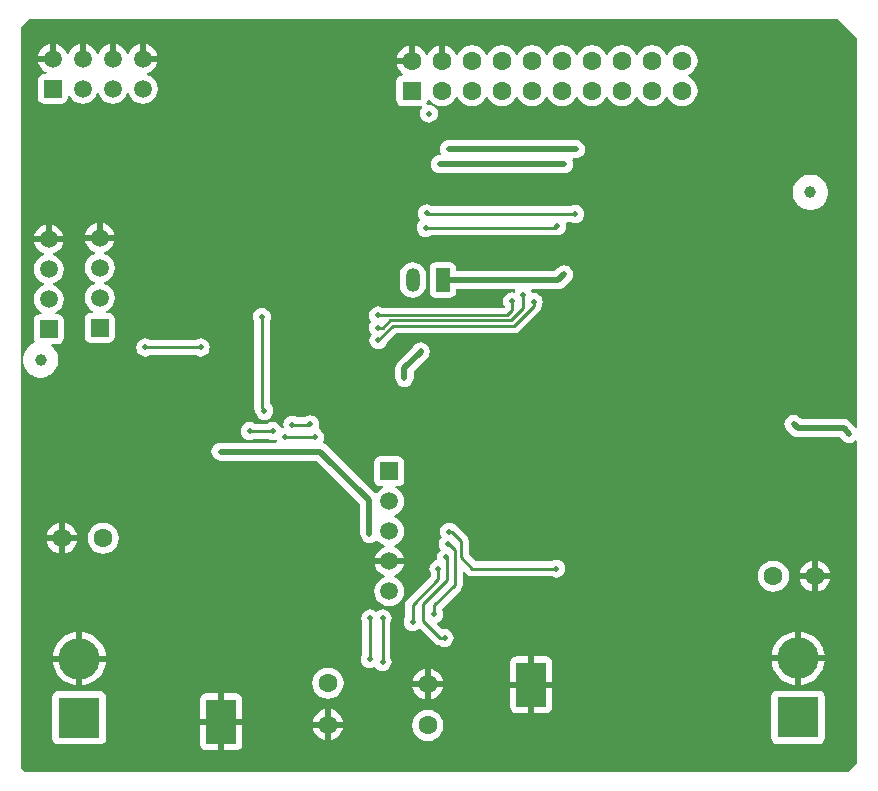
<source format=gbl>
G04 Layer_Physical_Order=2*
G04 Layer_Color=16711680*
%FSLAX25Y25*%
%MOIN*%
G70*
G01*
G75*
%ADD21R,0.09842X0.14961*%
%ADD27C,0.03937*%
%ADD28C,0.02000*%
%ADD29C,0.01000*%
%ADD32C,0.05905*%
%ADD33R,0.05905X0.05905*%
%ADD34C,0.06299*%
%ADD35R,0.06299X0.06299*%
%ADD36R,0.04724X0.07874*%
%ADD37O,0.04724X0.07874*%
%ADD38C,0.13780*%
%ADD39R,0.13780X0.13780*%
%ADD40R,0.05905X0.05905*%
%ADD41C,0.01968*%
%ADD42C,0.03200*%
G36*
X281251Y247344D02*
Y117595D01*
X280751Y117425D01*
X280740Y117440D01*
X279240Y118940D01*
X279240Y118940D01*
X278840Y119340D01*
X278213Y119820D01*
X277483Y120123D01*
X276700Y120226D01*
X262753D01*
X262240Y120740D01*
X261613Y121221D01*
X260883Y121523D01*
X260100Y121626D01*
X259317Y121523D01*
X258587Y121221D01*
X257960Y120740D01*
X257480Y120113D01*
X257177Y119383D01*
X257074Y118600D01*
X257177Y117817D01*
X257480Y117087D01*
X257960Y116460D01*
X259360Y115060D01*
X259987Y114579D01*
X260717Y114277D01*
X261500Y114174D01*
X275447D01*
X276460Y113160D01*
X277087Y112680D01*
X277817Y112377D01*
X278600Y112274D01*
X279383Y112377D01*
X280113Y112680D01*
X280740Y113160D01*
X280751Y113175D01*
X281251Y113005D01*
Y5656D01*
X278144Y2549D01*
X3756D01*
X2549Y3756D01*
Y251044D01*
X5256Y253751D01*
X274844D01*
X281251Y247344D01*
D02*
G37*
%LPC*%
G36*
X171700Y41219D02*
X167779D01*
X166998Y41064D01*
X166337Y40622D01*
X165895Y39961D01*
X165740Y39180D01*
Y32700D01*
X171700D01*
Y41219D01*
D02*
G37*
G36*
X177621D02*
X173700D01*
Y32700D01*
X179660D01*
Y39180D01*
X179505Y39961D01*
X179063Y40622D01*
X178402Y41064D01*
X177621Y41219D01*
D02*
G37*
G36*
X260600Y39485D02*
X252766D01*
X252839Y38742D01*
X253347Y37067D01*
X254173Y35522D01*
X255284Y34169D01*
X256637Y33058D01*
X258182Y32232D01*
X259857Y31724D01*
X260600Y31651D01*
Y39485D01*
D02*
G37*
G36*
X30834Y39385D02*
X23000D01*
Y31551D01*
X23743Y31624D01*
X25418Y32132D01*
X26963Y32958D01*
X28316Y34069D01*
X29427Y35422D01*
X30253Y36967D01*
X30761Y38642D01*
X30834Y39385D01*
D02*
G37*
G36*
X21000D02*
X13166D01*
X13239Y38642D01*
X13747Y36967D01*
X14573Y35422D01*
X15684Y34069D01*
X17037Y32958D01*
X18582Y32132D01*
X20257Y31624D01*
X21000Y31551D01*
Y39385D01*
D02*
G37*
G36*
X270434Y39485D02*
X262600D01*
Y31651D01*
X263343Y31724D01*
X265018Y32232D01*
X266563Y33058D01*
X267916Y34169D01*
X269027Y35522D01*
X269853Y37067D01*
X270361Y38742D01*
X270434Y39485D01*
D02*
G37*
G36*
X137100Y36942D02*
X136756Y36897D01*
X135503Y36378D01*
X134427Y35552D01*
X133602Y34477D01*
X133083Y33224D01*
X133038Y32879D01*
X137100D01*
Y36942D01*
D02*
G37*
G36*
X262600Y49319D02*
Y41485D01*
X270434D01*
X270361Y42228D01*
X269853Y43903D01*
X269027Y45448D01*
X267916Y46801D01*
X266563Y47912D01*
X265018Y48738D01*
X263343Y49246D01*
X262600Y49319D01*
D02*
G37*
G36*
X123100Y56810D02*
X122321Y56707D01*
X121595Y56407D01*
X121050Y55989D01*
X120505Y56407D01*
X119779Y56707D01*
X119000Y56810D01*
X118221Y56707D01*
X117495Y56407D01*
X116872Y55928D01*
X116393Y55305D01*
X116093Y54579D01*
X115990Y53800D01*
X116093Y53021D01*
X116351Y52397D01*
Y41730D01*
X116293Y41655D01*
X115993Y40929D01*
X115890Y40150D01*
X115993Y39371D01*
X116293Y38645D01*
X116772Y38022D01*
X117395Y37543D01*
X118121Y37243D01*
X118900Y37140D01*
X119679Y37243D01*
X120405Y37543D01*
X120582Y37679D01*
X120972Y37172D01*
X121595Y36693D01*
X122321Y36393D01*
X123100Y36290D01*
X123879Y36393D01*
X124605Y36693D01*
X125228Y37172D01*
X125707Y37795D01*
X126007Y38521D01*
X126110Y39300D01*
X126007Y40079D01*
X125707Y40805D01*
X125649Y40880D01*
Y52220D01*
X125707Y52295D01*
X126007Y53021D01*
X126110Y53800D01*
X126007Y54579D01*
X125707Y55305D01*
X125228Y55928D01*
X124605Y56407D01*
X123879Y56707D01*
X123100Y56810D01*
D02*
G37*
G36*
X130164Y71800D02*
X125300D01*
X120436D01*
X120475Y71507D01*
X120974Y70302D01*
X121768Y69268D01*
X122802Y68474D01*
X123776Y68071D01*
Y67529D01*
X122802Y67126D01*
X121768Y66332D01*
X120974Y65298D01*
X120475Y64093D01*
X120305Y62800D01*
X120475Y61507D01*
X120974Y60302D01*
X121768Y59268D01*
X122802Y58474D01*
X124007Y57975D01*
X125300Y57805D01*
X126593Y57975D01*
X127798Y58474D01*
X128832Y59268D01*
X129626Y60302D01*
X130125Y61507D01*
X130296Y62800D01*
X130125Y64093D01*
X129626Y65298D01*
X128832Y66332D01*
X127798Y67126D01*
X126824Y67529D01*
Y68071D01*
X127798Y68474D01*
X128832Y69268D01*
X129626Y70302D01*
X130125Y71507D01*
X130164Y71800D01*
D02*
G37*
G36*
X260600Y49319D02*
X259857Y49246D01*
X258182Y48738D01*
X256637Y47912D01*
X255284Y46801D01*
X254173Y45448D01*
X253347Y43903D01*
X252839Y42228D01*
X252766Y41485D01*
X260600D01*
Y49319D01*
D02*
G37*
G36*
X139100Y36942D02*
Y32879D01*
X143162D01*
X143117Y33224D01*
X142598Y34477D01*
X141773Y35552D01*
X140697Y36378D01*
X139444Y36897D01*
X139100Y36942D01*
D02*
G37*
G36*
X21000Y49219D02*
X20257Y49146D01*
X18582Y48638D01*
X17037Y47812D01*
X15684Y46701D01*
X14573Y45348D01*
X13747Y43803D01*
X13239Y42128D01*
X13166Y41385D01*
X21000D01*
Y49219D01*
D02*
G37*
G36*
X23000D02*
Y41385D01*
X30834D01*
X30761Y42128D01*
X30253Y43803D01*
X29427Y45348D01*
X28316Y46701D01*
X26963Y47812D01*
X25418Y48638D01*
X23743Y49146D01*
X23000Y49219D01*
D02*
G37*
G36*
X104900Y37394D02*
X103556Y37217D01*
X102303Y36698D01*
X101227Y35873D01*
X100402Y34797D01*
X99883Y33544D01*
X99706Y32200D01*
X99883Y30856D01*
X100402Y29603D01*
X101227Y28527D01*
X102303Y27702D01*
X103556Y27183D01*
X104900Y27006D01*
X106244Y27183D01*
X107497Y27702D01*
X108573Y28527D01*
X109398Y29603D01*
X109917Y30856D01*
X110094Y32200D01*
X109917Y33544D01*
X109398Y34797D01*
X108573Y35873D01*
X107497Y36698D01*
X106244Y37217D01*
X104900Y37394D01*
D02*
G37*
G36*
X138100Y23294D02*
X136756Y23117D01*
X135503Y22598D01*
X134427Y21773D01*
X133602Y20697D01*
X133083Y19444D01*
X132906Y18100D01*
X133083Y16756D01*
X133602Y15503D01*
X134427Y14427D01*
X135503Y13602D01*
X136756Y13083D01*
X138100Y12906D01*
X139444Y13083D01*
X140697Y13602D01*
X141773Y14427D01*
X142598Y15503D01*
X143117Y16756D01*
X143294Y18100D01*
X143117Y19444D01*
X142598Y20697D01*
X141773Y21773D01*
X140697Y22598D01*
X139444Y23117D01*
X138100Y23294D01*
D02*
G37*
G36*
X109962Y17421D02*
X105900D01*
Y13358D01*
X106244Y13403D01*
X107497Y13922D01*
X108573Y14748D01*
X109398Y15823D01*
X109917Y17076D01*
X109962Y17421D01*
D02*
G37*
G36*
X103900D02*
X99838D01*
X99883Y17076D01*
X100402Y15823D01*
X101227Y14748D01*
X102303Y13922D01*
X103556Y13403D01*
X103900Y13358D01*
Y17421D01*
D02*
G37*
G36*
X268490Y29729D02*
X254710D01*
X253930Y29574D01*
X253268Y29132D01*
X252826Y28470D01*
X252671Y27690D01*
Y13910D01*
X252826Y13130D01*
X253268Y12468D01*
X253930Y12026D01*
X254710Y11871D01*
X268490D01*
X269270Y12026D01*
X269932Y12468D01*
X270374Y13130D01*
X270529Y13910D01*
Y27690D01*
X270374Y28470D01*
X269932Y29132D01*
X269270Y29574D01*
X268490Y29729D01*
D02*
G37*
G36*
X68300Y18300D02*
X62340D01*
Y11820D01*
X62495Y11039D01*
X62937Y10378D01*
X63598Y9936D01*
X64379Y9781D01*
X68300D01*
Y18300D01*
D02*
G37*
G36*
X76260D02*
X70300D01*
Y9781D01*
X74221D01*
X75002Y9936D01*
X75663Y10378D01*
X76105Y11039D01*
X76260Y11820D01*
Y18300D01*
D02*
G37*
G36*
X28890Y29629D02*
X15110D01*
X14330Y29474D01*
X13668Y29032D01*
X13226Y28370D01*
X13071Y27590D01*
Y13810D01*
X13226Y13030D01*
X13668Y12368D01*
X14330Y11926D01*
X15110Y11771D01*
X28890D01*
X29670Y11926D01*
X30332Y12368D01*
X30774Y13030D01*
X30929Y13810D01*
Y27590D01*
X30774Y28370D01*
X30332Y29032D01*
X29670Y29474D01*
X28890Y29629D01*
D02*
G37*
G36*
X103900Y23483D02*
X103556Y23438D01*
X102303Y22919D01*
X101227Y22093D01*
X100402Y21017D01*
X99883Y19765D01*
X99838Y19421D01*
X103900D01*
Y23483D01*
D02*
G37*
G36*
X179660Y30700D02*
X173700D01*
Y22181D01*
X177621D01*
X178402Y22336D01*
X179063Y22778D01*
X179505Y23439D01*
X179660Y24220D01*
Y30700D01*
D02*
G37*
G36*
X137100Y30880D02*
X133038D01*
X133083Y30535D01*
X133602Y29283D01*
X134427Y28207D01*
X135503Y27381D01*
X136756Y26862D01*
X137100Y26817D01*
Y30880D01*
D02*
G37*
G36*
X143162D02*
X139100D01*
Y26817D01*
X139444Y26862D01*
X140697Y27381D01*
X141773Y28207D01*
X142598Y29283D01*
X143117Y30535D01*
X143162Y30880D01*
D02*
G37*
G36*
X171700Y30700D02*
X165740D01*
Y24220D01*
X165895Y23439D01*
X166337Y22778D01*
X166998Y22336D01*
X167779Y22181D01*
X171700D01*
Y30700D01*
D02*
G37*
G36*
X105900Y23483D02*
Y19421D01*
X109962D01*
X109917Y19765D01*
X109398Y21017D01*
X108573Y22093D01*
X107497Y22919D01*
X106244Y23438D01*
X105900Y23483D01*
D02*
G37*
G36*
X68300Y28820D02*
X64379D01*
X63598Y28664D01*
X62937Y28222D01*
X62495Y27561D01*
X62340Y26780D01*
Y20300D01*
X68300D01*
Y28820D01*
D02*
G37*
G36*
X74221D02*
X70300D01*
Y20300D01*
X76260D01*
Y26780D01*
X76105Y27561D01*
X75663Y28222D01*
X75002Y28664D01*
X74221Y28820D01*
D02*
G37*
G36*
X253400Y73094D02*
X252056Y72917D01*
X250803Y72398D01*
X249727Y71573D01*
X248902Y70497D01*
X248383Y69244D01*
X248206Y67900D01*
X248383Y66556D01*
X248902Y65303D01*
X249727Y64227D01*
X250803Y63402D01*
X252056Y62883D01*
X253400Y62706D01*
X254744Y62883D01*
X255997Y63402D01*
X257073Y64227D01*
X257898Y65303D01*
X258417Y66556D01*
X258594Y67900D01*
X258417Y69244D01*
X257898Y70497D01*
X257073Y71573D01*
X255997Y72398D01*
X254744Y72917D01*
X253400Y73094D01*
D02*
G37*
G36*
X12800Y185064D02*
Y181200D01*
X16664D01*
X16625Y181493D01*
X16126Y182698D01*
X15332Y183732D01*
X14298Y184526D01*
X13093Y185025D01*
X12800Y185064D01*
D02*
G37*
G36*
X27800Y185564D02*
X27507Y185525D01*
X26302Y185026D01*
X25268Y184232D01*
X24474Y183198D01*
X23975Y181993D01*
X23936Y181700D01*
X27800D01*
Y185564D01*
D02*
G37*
G36*
X29800Y185564D02*
Y181700D01*
X33664D01*
X33625Y181993D01*
X33126Y183198D01*
X32332Y184232D01*
X31298Y185026D01*
X30093Y185525D01*
X29800Y185564D01*
D02*
G37*
G36*
X10800Y185064D02*
X10507Y185025D01*
X9302Y184526D01*
X8268Y183732D01*
X7474Y182698D01*
X6975Y181493D01*
X6936Y181200D01*
X10800D01*
Y185064D01*
D02*
G37*
G36*
X62500Y147110D02*
X61721Y147007D01*
X60995Y146707D01*
X60920Y146649D01*
X45580D01*
X45505Y146707D01*
X44779Y147007D01*
X44000Y147110D01*
X43221Y147007D01*
X42495Y146707D01*
X41872Y146228D01*
X41393Y145605D01*
X41093Y144879D01*
X40990Y144100D01*
X41093Y143321D01*
X41393Y142595D01*
X41872Y141972D01*
X42495Y141493D01*
X43221Y141193D01*
X44000Y141090D01*
X44779Y141193D01*
X45505Y141493D01*
X45580Y141551D01*
X60920D01*
X60995Y141493D01*
X61721Y141193D01*
X62500Y141090D01*
X63279Y141193D01*
X64005Y141493D01*
X64628Y141972D01*
X65107Y142595D01*
X65407Y143321D01*
X65510Y144100D01*
X65407Y144879D01*
X65107Y145605D01*
X64628Y146228D01*
X64005Y146707D01*
X63279Y147007D01*
X62500Y147110D01*
D02*
G37*
G36*
X133200Y172575D02*
X132061Y172425D01*
X131000Y171985D01*
X130089Y171286D01*
X129390Y170375D01*
X128950Y169314D01*
X128800Y168175D01*
Y165025D01*
X128950Y163886D01*
X129390Y162825D01*
X130089Y161914D01*
X131000Y161215D01*
X132061Y160775D01*
X133200Y160625D01*
X134339Y160775D01*
X135400Y161215D01*
X136311Y161914D01*
X137010Y162825D01*
X137450Y163886D01*
X137600Y165025D01*
Y168175D01*
X137450Y169314D01*
X137010Y170375D01*
X136311Y171286D01*
X135400Y171985D01*
X134339Y172425D01*
X133200Y172575D01*
D02*
G37*
G36*
X145562Y172576D02*
X140838D01*
X140057Y172421D01*
X139396Y171979D01*
X138954Y171317D01*
X138799Y170537D01*
Y162663D01*
X138954Y161883D01*
X139396Y161221D01*
X140057Y160779D01*
X140838Y160624D01*
X145562D01*
X146343Y160779D01*
X147004Y161221D01*
X147446Y161883D01*
X147601Y162663D01*
Y163474D01*
X167117D01*
X167345Y162974D01*
X167106Y162396D01*
X167079Y162407D01*
X166300Y162510D01*
X165521Y162407D01*
X164795Y162107D01*
X164172Y161628D01*
X163693Y161005D01*
X163393Y160279D01*
X163290Y159500D01*
X163393Y158721D01*
X163693Y157995D01*
X163751Y157920D01*
Y157556D01*
X163544Y157349D01*
X123180D01*
X123105Y157407D01*
X122379Y157707D01*
X121600Y157810D01*
X120821Y157707D01*
X120095Y157407D01*
X119472Y156928D01*
X118993Y156305D01*
X118693Y155579D01*
X118590Y154800D01*
X118693Y154021D01*
X118993Y153295D01*
X119412Y152750D01*
X118993Y152205D01*
X118693Y151479D01*
X118590Y150700D01*
X118693Y149921D01*
X118993Y149195D01*
X119472Y148572D01*
X119507Y148544D01*
X119093Y148005D01*
X118793Y147279D01*
X118690Y146500D01*
X118793Y145721D01*
X119093Y144995D01*
X119572Y144372D01*
X120195Y143893D01*
X120921Y143593D01*
X121700Y143490D01*
X122479Y143593D01*
X123205Y143893D01*
X123828Y144372D01*
X124307Y144995D01*
X124607Y145721D01*
X124620Y145815D01*
X127656Y148851D01*
X166900D01*
X167876Y149045D01*
X168702Y149598D01*
X175302Y156198D01*
X175855Y157025D01*
X175974Y157622D01*
X176107Y157795D01*
X176407Y158521D01*
X176510Y159300D01*
X176407Y160079D01*
X176107Y160805D01*
X175628Y161428D01*
X175005Y161907D01*
X174279Y162207D01*
X173500Y162310D01*
X172930Y162235D01*
X172912Y162375D01*
X172663Y162974D01*
X172891Y163474D01*
X181600D01*
X182383Y163577D01*
X183113Y163880D01*
X183740Y164360D01*
X185740Y166360D01*
X186221Y166987D01*
X186523Y167717D01*
X186626Y168500D01*
X186523Y169283D01*
X186221Y170013D01*
X185740Y170640D01*
X185113Y171121D01*
X184383Y171423D01*
X183600Y171526D01*
X182817Y171423D01*
X182087Y171121D01*
X181460Y170640D01*
X180347Y169526D01*
X147601D01*
Y170537D01*
X147446Y171317D01*
X147004Y171979D01*
X146343Y172421D01*
X145562Y172576D01*
D02*
G37*
G36*
X137800Y191810D02*
X137021Y191707D01*
X136295Y191407D01*
X135672Y190928D01*
X135193Y190305D01*
X134893Y189579D01*
X134790Y188800D01*
X134893Y188021D01*
X135193Y187295D01*
X135672Y186672D01*
Y186359D01*
X135372Y186128D01*
X134893Y185505D01*
X134593Y184779D01*
X134490Y184000D01*
X134593Y183221D01*
X134893Y182495D01*
X135372Y181872D01*
X135995Y181393D01*
X136721Y181093D01*
X137500Y180990D01*
X138279Y181093D01*
X139005Y181393D01*
X139080Y181451D01*
X180900D01*
X181217Y181514D01*
X181400Y181490D01*
X182179Y181593D01*
X182905Y181893D01*
X183528Y182372D01*
X184007Y182995D01*
X184307Y183721D01*
X184410Y184500D01*
X184307Y185279D01*
X184195Y185551D01*
X184529Y186051D01*
X185720D01*
X185795Y185993D01*
X186521Y185693D01*
X187300Y185590D01*
X188079Y185693D01*
X188805Y185993D01*
X189428Y186472D01*
X189907Y187095D01*
X190207Y187821D01*
X190310Y188600D01*
X190207Y189379D01*
X189907Y190105D01*
X189428Y190728D01*
X188805Y191207D01*
X188079Y191507D01*
X187300Y191610D01*
X186521Y191507D01*
X185795Y191207D01*
X185720Y191149D01*
X139641D01*
X139305Y191407D01*
X138579Y191707D01*
X137800Y191810D01*
D02*
G37*
G36*
X44200Y245164D02*
Y241300D01*
X48064D01*
X48025Y241593D01*
X47526Y242798D01*
X46732Y243832D01*
X45698Y244626D01*
X44493Y245125D01*
X44200Y245164D01*
D02*
G37*
G36*
X222900Y244894D02*
X221556Y244717D01*
X220303Y244198D01*
X219227Y243373D01*
X218402Y242297D01*
X218150Y241689D01*
X217650D01*
X217398Y242297D01*
X216573Y243373D01*
X215497Y244198D01*
X214244Y244717D01*
X212900Y244894D01*
X211556Y244717D01*
X210303Y244198D01*
X209227Y243373D01*
X208402Y242297D01*
X208150Y241689D01*
X207650D01*
X207398Y242297D01*
X206573Y243373D01*
X205497Y244198D01*
X204244Y244717D01*
X202900Y244894D01*
X201556Y244717D01*
X200303Y244198D01*
X199227Y243373D01*
X198402Y242297D01*
X198150Y241689D01*
X197650D01*
X197398Y242297D01*
X196573Y243373D01*
X195497Y244198D01*
X194244Y244717D01*
X192900Y244894D01*
X191556Y244717D01*
X190303Y244198D01*
X189227Y243373D01*
X188402Y242297D01*
X188150Y241689D01*
X187650D01*
X187398Y242297D01*
X186573Y243373D01*
X185497Y244198D01*
X184244Y244717D01*
X182900Y244894D01*
X181556Y244717D01*
X180303Y244198D01*
X179227Y243373D01*
X178402Y242297D01*
X178150Y241689D01*
X177650D01*
X177398Y242297D01*
X176573Y243373D01*
X175497Y244198D01*
X174244Y244717D01*
X172900Y244894D01*
X171556Y244717D01*
X170303Y244198D01*
X169227Y243373D01*
X168402Y242297D01*
X168150Y241689D01*
X167650D01*
X167398Y242297D01*
X166573Y243373D01*
X165497Y244198D01*
X164244Y244717D01*
X162900Y244894D01*
X161556Y244717D01*
X160303Y244198D01*
X159227Y243373D01*
X158402Y242297D01*
X158150Y241689D01*
X157650D01*
X157398Y242297D01*
X156573Y243373D01*
X155497Y244198D01*
X154244Y244717D01*
X152900Y244894D01*
X151556Y244717D01*
X150303Y244198D01*
X149227Y243373D01*
X148402Y242297D01*
X148150Y241689D01*
X147650D01*
X147398Y242297D01*
X146573Y243373D01*
X145497Y244198D01*
X144244Y244717D01*
X143900Y244762D01*
Y239700D01*
X141900D01*
Y244762D01*
X141556Y244717D01*
X140303Y244198D01*
X139227Y243373D01*
X138402Y242297D01*
X138150Y241689D01*
X137650D01*
X137398Y242297D01*
X136573Y243373D01*
X135497Y244198D01*
X134244Y244717D01*
X133900Y244762D01*
Y239700D01*
X132900D01*
Y238700D01*
X127838D01*
X127883Y238356D01*
X128402Y237103D01*
X129227Y236027D01*
X130059Y235389D01*
X129890Y234889D01*
X129750D01*
X128970Y234734D01*
X128308Y234292D01*
X127866Y233630D01*
X127711Y232850D01*
Y226550D01*
X127866Y225770D01*
X128308Y225109D01*
X128970Y224666D01*
X129750Y224511D01*
X136050D01*
X136084Y224518D01*
X136091Y224512D01*
X136328Y224057D01*
X135943Y223555D01*
X135643Y222829D01*
X135540Y222050D01*
X135643Y221271D01*
X135943Y220545D01*
X136422Y219922D01*
X137045Y219443D01*
X137771Y219143D01*
X138550Y219040D01*
X139329Y219143D01*
X140055Y219443D01*
X140678Y219922D01*
X141157Y220545D01*
X141457Y221271D01*
X141560Y222050D01*
X141457Y222829D01*
X141157Y223555D01*
X140678Y224178D01*
X140055Y224657D01*
X139329Y224957D01*
X138550Y225060D01*
X138013Y224989D01*
X137723Y225455D01*
X137934Y225770D01*
X138089Y226550D01*
Y226690D01*
X138589Y226859D01*
X139227Y226027D01*
X140303Y225202D01*
X141556Y224683D01*
X142900Y224506D01*
X144244Y224683D01*
X145497Y225202D01*
X146573Y226027D01*
X147398Y227103D01*
X147650Y227711D01*
X148150D01*
X148402Y227103D01*
X149227Y226027D01*
X150303Y225202D01*
X151556Y224683D01*
X152900Y224506D01*
X154244Y224683D01*
X155497Y225202D01*
X156573Y226027D01*
X157398Y227103D01*
X157650Y227711D01*
X158150D01*
X158402Y227103D01*
X159227Y226027D01*
X160303Y225202D01*
X161556Y224683D01*
X162900Y224506D01*
X164244Y224683D01*
X165497Y225202D01*
X166573Y226027D01*
X167398Y227103D01*
X167650Y227711D01*
X168150D01*
X168402Y227103D01*
X169227Y226027D01*
X170303Y225202D01*
X171556Y224683D01*
X172900Y224506D01*
X174244Y224683D01*
X175497Y225202D01*
X176573Y226027D01*
X177398Y227103D01*
X177650Y227711D01*
X178150D01*
X178402Y227103D01*
X179227Y226027D01*
X180303Y225202D01*
X181556Y224683D01*
X182900Y224506D01*
X184244Y224683D01*
X185497Y225202D01*
X186573Y226027D01*
X187398Y227103D01*
X187650Y227711D01*
X188150D01*
X188402Y227103D01*
X189227Y226027D01*
X190303Y225202D01*
X191556Y224683D01*
X192900Y224506D01*
X194244Y224683D01*
X195497Y225202D01*
X196573Y226027D01*
X197398Y227103D01*
X197650Y227711D01*
X198150D01*
X198402Y227103D01*
X199227Y226027D01*
X200303Y225202D01*
X201556Y224683D01*
X202900Y224506D01*
X204244Y224683D01*
X205497Y225202D01*
X206573Y226027D01*
X207398Y227103D01*
X207650Y227711D01*
X208150D01*
X208402Y227103D01*
X209227Y226027D01*
X210303Y225202D01*
X211556Y224683D01*
X212900Y224506D01*
X214244Y224683D01*
X215497Y225202D01*
X216573Y226027D01*
X217398Y227103D01*
X217650Y227711D01*
X218150D01*
X218402Y227103D01*
X219227Y226027D01*
X220303Y225202D01*
X221556Y224683D01*
X222900Y224506D01*
X224244Y224683D01*
X225497Y225202D01*
X226573Y226027D01*
X227398Y227103D01*
X227917Y228356D01*
X228094Y229700D01*
X227917Y231044D01*
X227398Y232297D01*
X226573Y233373D01*
X225497Y234198D01*
X224889Y234450D01*
Y234950D01*
X225497Y235202D01*
X226573Y236027D01*
X227398Y237103D01*
X227917Y238356D01*
X228094Y239700D01*
X227917Y241044D01*
X227398Y242297D01*
X226573Y243373D01*
X225497Y244198D01*
X224244Y244717D01*
X222900Y244894D01*
D02*
G37*
G36*
X42200Y245164D02*
X41907Y245125D01*
X40702Y244626D01*
X39668Y243832D01*
X38874Y242798D01*
X38471Y241824D01*
X37929D01*
X37526Y242798D01*
X36732Y243832D01*
X35698Y244626D01*
X34493Y245125D01*
X34200Y245164D01*
Y240300D01*
X32200D01*
Y245164D01*
X31907Y245125D01*
X30702Y244626D01*
X29668Y243832D01*
X28874Y242798D01*
X28471Y241824D01*
X27929D01*
X27526Y242798D01*
X26732Y243832D01*
X25698Y244626D01*
X24493Y245125D01*
X24200Y245164D01*
Y240300D01*
X22200D01*
Y245164D01*
X21907Y245125D01*
X20702Y244626D01*
X19668Y243832D01*
X18874Y242798D01*
X18471Y241824D01*
X17929D01*
X17526Y242798D01*
X16732Y243832D01*
X15698Y244626D01*
X14493Y245125D01*
X14200Y245164D01*
Y240300D01*
X13200D01*
Y239300D01*
X8336D01*
X8375Y239007D01*
X8874Y237802D01*
X9668Y236768D01*
X10702Y235974D01*
X11141Y235792D01*
X11042Y235292D01*
X10247D01*
X9467Y235137D01*
X8805Y234695D01*
X8363Y234033D01*
X8208Y233253D01*
Y227347D01*
X8363Y226567D01*
X8805Y225905D01*
X9467Y225463D01*
X10247Y225308D01*
X16153D01*
X16933Y225463D01*
X17595Y225905D01*
X18037Y226567D01*
X18192Y227347D01*
Y228142D01*
X18692Y228241D01*
X18874Y227802D01*
X19668Y226768D01*
X20702Y225974D01*
X21907Y225475D01*
X23200Y225305D01*
X24493Y225475D01*
X25698Y225974D01*
X26732Y226768D01*
X27526Y227802D01*
X27929Y228776D01*
X28471D01*
X28874Y227802D01*
X29668Y226768D01*
X30702Y225974D01*
X31907Y225475D01*
X33200Y225305D01*
X34493Y225475D01*
X35698Y225974D01*
X36732Y226768D01*
X37526Y227802D01*
X37929Y228776D01*
X38471D01*
X38874Y227802D01*
X39668Y226768D01*
X40702Y225974D01*
X41907Y225475D01*
X43200Y225305D01*
X44493Y225475D01*
X45698Y225974D01*
X46732Y226768D01*
X47526Y227802D01*
X48025Y229007D01*
X48195Y230300D01*
X48025Y231593D01*
X47526Y232798D01*
X46732Y233832D01*
X45698Y234626D01*
X44724Y235029D01*
Y235571D01*
X45698Y235974D01*
X46732Y236768D01*
X47526Y237802D01*
X48025Y239007D01*
X48064Y239300D01*
X43200D01*
Y240300D01*
X42200D01*
Y245164D01*
D02*
G37*
G36*
X12200D02*
X11907Y245125D01*
X10702Y244626D01*
X9668Y243832D01*
X8874Y242798D01*
X8375Y241593D01*
X8336Y241300D01*
X12200D01*
Y245164D01*
D02*
G37*
G36*
X266282Y201706D02*
X265118D01*
X263977Y201479D01*
X262903Y201033D01*
X261935Y200387D01*
X261113Y199565D01*
X260467Y198597D01*
X260021Y197523D01*
X259794Y196382D01*
Y195218D01*
X260021Y194077D01*
X260467Y193003D01*
X261113Y192035D01*
X261935Y191213D01*
X262903Y190567D01*
X263977Y190121D01*
X265118Y189894D01*
X266282D01*
X267423Y190121D01*
X268497Y190567D01*
X269464Y191213D01*
X270287Y192035D01*
X270933Y193003D01*
X271379Y194077D01*
X271605Y195218D01*
Y196382D01*
X271379Y197523D01*
X270933Y198597D01*
X270287Y199565D01*
X269464Y200387D01*
X268497Y201033D01*
X267423Y201479D01*
X266282Y201706D01*
D02*
G37*
G36*
X187500Y213226D02*
X145200D01*
X144417Y213123D01*
X143687Y212821D01*
X143060Y212340D01*
X142579Y211713D01*
X142277Y210983D01*
X142174Y210200D01*
X142277Y209417D01*
X142563Y208726D01*
X142435Y208362D01*
X142368Y208226D01*
X142200D01*
X141417Y208123D01*
X140687Y207821D01*
X140060Y207340D01*
X139579Y206713D01*
X139277Y205983D01*
X139174Y205200D01*
X139277Y204417D01*
X139579Y203687D01*
X140060Y203060D01*
X140687Y202579D01*
X141417Y202277D01*
X142200Y202174D01*
X183700D01*
X184483Y202277D01*
X185213Y202579D01*
X185840Y203060D01*
X186320Y203687D01*
X186623Y204417D01*
X186726Y205200D01*
X186623Y205983D01*
X186337Y206674D01*
X186465Y207038D01*
X186532Y207174D01*
X187500D01*
X188283Y207277D01*
X189013Y207579D01*
X189640Y208060D01*
X190120Y208687D01*
X190423Y209417D01*
X190526Y210200D01*
X190423Y210983D01*
X190120Y211713D01*
X189640Y212340D01*
X189013Y212821D01*
X188283Y213123D01*
X187500Y213226D01*
D02*
G37*
G36*
X131900Y244762D02*
X131556Y244717D01*
X130303Y244198D01*
X129227Y243373D01*
X128402Y242297D01*
X127883Y241044D01*
X127838Y240700D01*
X131900D01*
Y244762D01*
D02*
G37*
G36*
X268179Y72962D02*
Y68900D01*
X272242D01*
X272197Y69244D01*
X271678Y70497D01*
X270852Y71573D01*
X269777Y72398D01*
X268524Y72917D01*
X268179Y72962D01*
D02*
G37*
G36*
X30000Y85694D02*
X28656Y85517D01*
X27403Y84998D01*
X26327Y84173D01*
X25502Y83097D01*
X24983Y81844D01*
X24806Y80500D01*
X24983Y79156D01*
X25502Y77903D01*
X26327Y76827D01*
X27403Y76002D01*
X28656Y75483D01*
X30000Y75306D01*
X31344Y75483D01*
X32597Y76002D01*
X33673Y76827D01*
X34498Y77903D01*
X35017Y79156D01*
X35194Y80500D01*
X35017Y81844D01*
X34498Y83097D01*
X33673Y84173D01*
X32597Y84998D01*
X31344Y85517D01*
X30000Y85694D01*
D02*
G37*
G36*
X15221Y79500D02*
X11158D01*
X11203Y79156D01*
X11722Y77903D01*
X12548Y76827D01*
X13623Y76002D01*
X14876Y75483D01*
X15221Y75438D01*
Y79500D01*
D02*
G37*
G36*
X266179Y72962D02*
X265835Y72917D01*
X264582Y72398D01*
X263507Y71573D01*
X262681Y70497D01*
X262162Y69244D01*
X262117Y68900D01*
X266179D01*
Y72962D01*
D02*
G37*
G36*
X272242Y66900D02*
X268179D01*
Y62838D01*
X268524Y62883D01*
X269777Y63402D01*
X270852Y64227D01*
X271678Y65303D01*
X272197Y66556D01*
X272242Y66900D01*
D02*
G37*
G36*
X266179D02*
X262117D01*
X262162Y66556D01*
X262681Y65303D01*
X263507Y64227D01*
X264582Y63402D01*
X265835Y62883D01*
X266179Y62838D01*
Y66900D01*
D02*
G37*
G36*
X145300Y85710D02*
X144521Y85607D01*
X143795Y85307D01*
X143172Y84828D01*
X142693Y84205D01*
X142393Y83479D01*
X142290Y82700D01*
X142393Y81921D01*
X142693Y81195D01*
X142948Y80863D01*
X142772Y80728D01*
X142293Y80105D01*
X141993Y79379D01*
X141890Y78600D01*
X141993Y77821D01*
X142293Y77095D01*
X142667Y76608D01*
X142172Y76228D01*
X141693Y75605D01*
X141393Y74879D01*
X141290Y74100D01*
X141334Y73766D01*
X140924Y73208D01*
X140921Y73207D01*
X140195Y72907D01*
X139572Y72428D01*
X139093Y71805D01*
X138793Y71079D01*
X138690Y70300D01*
X138793Y69521D01*
X139093Y68795D01*
X139151Y68720D01*
Y67856D01*
X131298Y60002D01*
X130745Y59175D01*
X130551Y58200D01*
Y54180D01*
X130493Y54105D01*
X130193Y53379D01*
X130090Y52600D01*
X130193Y51821D01*
X130493Y51095D01*
X130972Y50472D01*
X131595Y49993D01*
X132321Y49693D01*
X133100Y49590D01*
X133879Y49693D01*
X134605Y49993D01*
X135228Y50472D01*
X135505Y50490D01*
X140498Y45498D01*
X141324Y44945D01*
X142192Y44773D01*
X142295Y44693D01*
X143021Y44393D01*
X143800Y44290D01*
X144579Y44393D01*
X145305Y44693D01*
X145928Y45172D01*
X146407Y45795D01*
X146707Y46521D01*
X146810Y47300D01*
X146707Y48079D01*
X146407Y48805D01*
X145928Y49428D01*
X145305Y49907D01*
X144579Y50207D01*
X143800Y50310D01*
X143021Y50207D01*
X143004Y50200D01*
X141344Y51861D01*
X141461Y52451D01*
X141805Y52593D01*
X142428Y53072D01*
X142907Y53695D01*
X143207Y54421D01*
X143310Y55200D01*
X143207Y55979D01*
X142907Y56705D01*
X142849Y56780D01*
Y57044D01*
X149087Y63282D01*
X149639Y64109D01*
X149833Y65084D01*
Y69309D01*
X150295Y69500D01*
X151189Y68606D01*
X152016Y68053D01*
X152992Y67859D01*
X179411D01*
X179487Y67802D01*
X180213Y67501D01*
X180992Y67398D01*
X181771Y67501D01*
X182497Y67802D01*
X183120Y68280D01*
X183598Y68903D01*
X183899Y69629D01*
X184002Y70408D01*
X183899Y71187D01*
X183598Y71913D01*
X183120Y72537D01*
X182497Y73015D01*
X181771Y73316D01*
X180992Y73418D01*
X180213Y73316D01*
X179487Y73015D01*
X179411Y72957D01*
X154048D01*
X151849Y75156D01*
Y79500D01*
X151655Y80475D01*
X151102Y81302D01*
X147902Y84502D01*
X147443Y84809D01*
X147428Y84828D01*
X146805Y85307D01*
X146079Y85607D01*
X145300Y85710D01*
D02*
G37*
G36*
X21283Y79500D02*
X17221D01*
Y75438D01*
X17565Y75483D01*
X18817Y76002D01*
X19893Y76827D01*
X20719Y77903D01*
X21238Y79156D01*
X21283Y79500D01*
D02*
G37*
G36*
X135800Y145826D02*
X135017Y145723D01*
X134287Y145421D01*
X133660Y144940D01*
X133179Y144313D01*
X133141Y144220D01*
X128260Y139340D01*
X127779Y138713D01*
X127477Y137983D01*
X127374Y137200D01*
Y134000D01*
X127477Y133217D01*
X127779Y132487D01*
X128260Y131860D01*
X128887Y131379D01*
X129617Y131077D01*
X130400Y130974D01*
X131183Y131077D01*
X131913Y131379D01*
X132540Y131860D01*
X133020Y132487D01*
X133323Y133217D01*
X133426Y134000D01*
Y135947D01*
X137940Y140460D01*
X138420Y141087D01*
X138723Y141817D01*
X138826Y142600D01*
Y142800D01*
X138723Y143583D01*
X138420Y144313D01*
X137940Y144940D01*
X137313Y145421D01*
X136583Y145723D01*
X135800Y145826D01*
D02*
G37*
G36*
X16664Y179200D02*
X11800D01*
X6936D01*
X6975Y178907D01*
X7474Y177702D01*
X8268Y176668D01*
X9302Y175874D01*
X10276Y175471D01*
Y174929D01*
X9302Y174526D01*
X8268Y173732D01*
X7474Y172698D01*
X6975Y171493D01*
X6804Y170200D01*
X6975Y168907D01*
X7474Y167702D01*
X8268Y166668D01*
X9302Y165874D01*
X10276Y165471D01*
Y164929D01*
X9302Y164526D01*
X8268Y163732D01*
X7474Y162698D01*
X6975Y161493D01*
X6804Y160200D01*
X6975Y158907D01*
X7474Y157702D01*
X8268Y156668D01*
X9302Y155874D01*
X9741Y155692D01*
X9642Y155192D01*
X8847D01*
X8067Y155037D01*
X7405Y154595D01*
X6963Y153933D01*
X6808Y153153D01*
Y147247D01*
X6963Y146467D01*
X7182Y146139D01*
X6999Y145522D01*
X6303Y145233D01*
X5336Y144587D01*
X4513Y143764D01*
X3867Y142797D01*
X3421Y141723D01*
X3195Y140582D01*
Y139418D01*
X3421Y138277D01*
X3867Y137203D01*
X4513Y136235D01*
X5336Y135413D01*
X6303Y134767D01*
X7377Y134321D01*
X8518Y134095D01*
X9682D01*
X10823Y134321D01*
X11897Y134767D01*
X12865Y135413D01*
X13687Y136235D01*
X14333Y137203D01*
X14779Y138277D01*
X15006Y139418D01*
Y140582D01*
X14779Y141723D01*
X14333Y142797D01*
X13687Y143764D01*
X12865Y144587D01*
X12651Y144730D01*
X12796Y145208D01*
X14753D01*
X15533Y145363D01*
X16195Y145805D01*
X16637Y146467D01*
X16792Y147247D01*
Y153153D01*
X16637Y153933D01*
X16195Y154595D01*
X15533Y155037D01*
X14753Y155192D01*
X13958D01*
X13859Y155692D01*
X14298Y155874D01*
X15332Y156668D01*
X16126Y157702D01*
X16625Y158907D01*
X16795Y160200D01*
X16625Y161493D01*
X16126Y162698D01*
X15332Y163732D01*
X14298Y164526D01*
X13324Y164929D01*
Y165471D01*
X14298Y165874D01*
X15332Y166668D01*
X16126Y167702D01*
X16625Y168907D01*
X16795Y170200D01*
X16625Y171493D01*
X16126Y172698D01*
X15332Y173732D01*
X14298Y174526D01*
X13324Y174929D01*
Y175471D01*
X14298Y175874D01*
X15332Y176668D01*
X16126Y177702D01*
X16625Y178907D01*
X16664Y179200D01*
D02*
G37*
G36*
X33664Y179700D02*
X28800D01*
X23936D01*
X23975Y179407D01*
X24474Y178202D01*
X25268Y177168D01*
X26302Y176374D01*
X27276Y175971D01*
Y175429D01*
X26302Y175026D01*
X25268Y174232D01*
X24474Y173198D01*
X23975Y171993D01*
X23805Y170700D01*
X23975Y169407D01*
X24474Y168202D01*
X25268Y167168D01*
X26302Y166374D01*
X27276Y165971D01*
Y165429D01*
X26302Y165026D01*
X25268Y164232D01*
X24474Y163198D01*
X23975Y161993D01*
X23805Y160700D01*
X23975Y159407D01*
X24474Y158202D01*
X25268Y157168D01*
X26302Y156374D01*
X26741Y156192D01*
X26642Y155692D01*
X25847D01*
X25067Y155537D01*
X24405Y155095D01*
X23963Y154433D01*
X23808Y153653D01*
Y147747D01*
X23963Y146967D01*
X24405Y146305D01*
X25067Y145863D01*
X25847Y145708D01*
X31753D01*
X32533Y145863D01*
X33195Y146305D01*
X33637Y146967D01*
X33792Y147747D01*
Y153653D01*
X33637Y154433D01*
X33195Y155095D01*
X32533Y155537D01*
X31753Y155692D01*
X30958D01*
X30859Y156192D01*
X31298Y156374D01*
X32332Y157168D01*
X33126Y158202D01*
X33625Y159407D01*
X33795Y160700D01*
X33625Y161993D01*
X33126Y163198D01*
X32332Y164232D01*
X31298Y165026D01*
X30324Y165429D01*
Y165971D01*
X31298Y166374D01*
X32332Y167168D01*
X33126Y168202D01*
X33625Y169407D01*
X33795Y170700D01*
X33625Y171993D01*
X33126Y173198D01*
X32332Y174232D01*
X31298Y175026D01*
X30324Y175429D01*
Y175971D01*
X31298Y176374D01*
X32332Y177168D01*
X33126Y178202D01*
X33625Y179407D01*
X33664Y179700D01*
D02*
G37*
G36*
X99000Y121510D02*
X98221Y121407D01*
X97495Y121107D01*
X97289Y120949D01*
X94580D01*
X94505Y121007D01*
X93779Y121307D01*
X93000Y121410D01*
X92221Y121307D01*
X91495Y121007D01*
X90872Y120528D01*
X90393Y119905D01*
X90093Y119179D01*
X89990Y118400D01*
X90089Y117644D01*
X89833Y117257D01*
X89328Y117170D01*
X89107Y117705D01*
X88628Y118328D01*
X88005Y118807D01*
X87279Y119107D01*
X86500Y119210D01*
X85721Y119107D01*
X84995Y118807D01*
X84920Y118749D01*
X80380D01*
X80305Y118807D01*
X79579Y119107D01*
X78800Y119210D01*
X78021Y119107D01*
X77295Y118807D01*
X76672Y118328D01*
X76193Y117705D01*
X75893Y116979D01*
X75790Y116200D01*
X75893Y115421D01*
X76193Y114695D01*
X76672Y114072D01*
X77295Y113593D01*
X78021Y113293D01*
X78800Y113190D01*
X79579Y113293D01*
X80305Y113593D01*
X80380Y113651D01*
X84920D01*
X84995Y113593D01*
X85721Y113293D01*
X86500Y113190D01*
X87279Y113293D01*
X87627Y113437D01*
X87839Y112926D01*
X87609Y112426D01*
X69100D01*
X68317Y112323D01*
X67587Y112021D01*
X66960Y111540D01*
X66479Y110913D01*
X66177Y110183D01*
X66074Y109400D01*
X66177Y108617D01*
X66479Y107887D01*
X66960Y107260D01*
X67587Y106780D01*
X68317Y106477D01*
X69100Y106374D01*
X101147D01*
X115674Y91847D01*
Y82000D01*
X115777Y81217D01*
X116079Y80487D01*
X116560Y79860D01*
X117187Y79379D01*
X117917Y79077D01*
X118700Y78974D01*
X119483Y79077D01*
X120213Y79379D01*
X120840Y79860D01*
X121313D01*
X121768Y79268D01*
X122802Y78474D01*
X123776Y78071D01*
Y77529D01*
X122802Y77126D01*
X121768Y76332D01*
X120974Y75298D01*
X120475Y74093D01*
X120436Y73800D01*
X125300D01*
X130164D01*
X130125Y74093D01*
X129626Y75298D01*
X128832Y76332D01*
X127798Y77126D01*
X126824Y77529D01*
Y78071D01*
X127798Y78474D01*
X128832Y79268D01*
X129626Y80302D01*
X130125Y81507D01*
X130296Y82800D01*
X130125Y84093D01*
X129626Y85298D01*
X128832Y86332D01*
X127798Y87126D01*
X126824Y87529D01*
Y88071D01*
X127798Y88474D01*
X128832Y89268D01*
X129626Y90302D01*
X130125Y91507D01*
X130296Y92800D01*
X130125Y94093D01*
X129626Y95298D01*
X128832Y96332D01*
X127798Y97126D01*
X127359Y97308D01*
X127458Y97808D01*
X128253D01*
X129033Y97963D01*
X129695Y98405D01*
X130137Y99067D01*
X130292Y99847D01*
Y105753D01*
X130137Y106533D01*
X129695Y107195D01*
X129033Y107637D01*
X128253Y107792D01*
X122347D01*
X121567Y107637D01*
X120905Y107195D01*
X120463Y106533D01*
X120308Y105753D01*
Y99847D01*
X120463Y99067D01*
X120905Y98405D01*
X121567Y97963D01*
X122347Y97808D01*
X123142D01*
X123241Y97308D01*
X122802Y97126D01*
X121768Y96332D01*
X121196Y95587D01*
X120560Y95524D01*
X120551Y95528D01*
X104540Y111540D01*
X103913Y112021D01*
X103460Y112208D01*
X103223Y112623D01*
X103249Y112818D01*
X103492Y113405D01*
X103594Y114184D01*
X103492Y114963D01*
X103191Y115689D01*
X102713Y116313D01*
X102089Y116791D01*
X102066Y116801D01*
X101797Y117453D01*
X101907Y117721D01*
X102010Y118500D01*
X101907Y119279D01*
X101607Y120005D01*
X101128Y120628D01*
X100505Y121107D01*
X99779Y121407D01*
X99000Y121510D01*
D02*
G37*
G36*
X15221Y85562D02*
X14876Y85517D01*
X13623Y84998D01*
X12548Y84173D01*
X11722Y83097D01*
X11203Y81844D01*
X11158Y81500D01*
X15221D01*
Y85562D01*
D02*
G37*
G36*
X17221D02*
Y81500D01*
X21283D01*
X21238Y81844D01*
X20719Y83097D01*
X19893Y84173D01*
X18817Y84998D01*
X17565Y85517D01*
X17221Y85562D01*
D02*
G37*
G36*
X82879Y157289D02*
X82100Y157186D01*
X81374Y156886D01*
X80750Y156407D01*
X80272Y155784D01*
X79971Y155058D01*
X79869Y154279D01*
X79971Y153500D01*
X80272Y152774D01*
X80330Y152699D01*
Y124021D01*
X80524Y123046D01*
X80723Y122747D01*
X80793Y122221D01*
X81093Y121495D01*
X81572Y120872D01*
X82195Y120393D01*
X82921Y120093D01*
X83700Y119990D01*
X84479Y120093D01*
X85205Y120393D01*
X85828Y120872D01*
X86307Y121495D01*
X86607Y122221D01*
X86710Y123000D01*
X86607Y123779D01*
X86307Y124505D01*
X85828Y125128D01*
X85428Y125436D01*
Y152699D01*
X85486Y152774D01*
X85786Y153500D01*
X85889Y154279D01*
X85786Y155058D01*
X85486Y155784D01*
X85007Y156407D01*
X84384Y156886D01*
X83658Y157186D01*
X82879Y157289D01*
D02*
G37*
%LPD*%
D21*
X172700Y31700D02*
D03*
X69300Y19300D02*
D03*
D27*
X265700Y195800D02*
D03*
X9100Y140000D02*
D03*
D28*
X145200Y210200D02*
X187500D01*
X142200Y205200D02*
X183700D01*
X181600Y166500D02*
X183600Y168500D01*
X143300Y166500D02*
X181600D01*
X143200Y166600D02*
X143300Y166500D01*
X135800Y142600D02*
Y142800D01*
X130400Y137200D02*
X135800Y142600D01*
X130400Y134000D02*
Y137200D01*
X118700Y82000D02*
Y93100D01*
X102400Y109400D02*
X118700Y93100D01*
X69100Y109400D02*
X102400D01*
X260100Y118600D02*
X261500Y117200D01*
X276700D01*
X277100Y116800D01*
X278600Y115300D01*
D29*
X44000Y144100D02*
X62500D01*
X137500Y184000D02*
X180900D01*
X181400Y184500D01*
X138000Y188600D02*
X187300D01*
X137800Y188800D02*
X138000Y188600D01*
X170004Y157204D02*
Y161596D01*
X165900Y153100D02*
X170004Y157204D01*
X125500Y153100D02*
X165900D01*
X166900Y151400D02*
X173500Y158000D01*
X126600Y151400D02*
X166900D01*
X173500Y158000D02*
Y159300D01*
X166300Y156500D02*
Y159500D01*
X164600Y154800D02*
X166300Y156500D01*
X121700Y146500D02*
X126600Y151400D01*
X123100Y150700D02*
X125500Y153100D01*
X121600Y150700D02*
X123100D01*
X121600Y154800D02*
X164600D01*
X82879Y124021D02*
Y154279D01*
Y124021D02*
X83800Y123100D01*
X83700Y123000D02*
X83800Y123100D01*
X145300Y82700D02*
X146100D01*
X149300Y79500D01*
Y74100D02*
Y79500D01*
Y74100D02*
X152992Y70408D01*
X180992D01*
X144900Y78600D02*
X145369D01*
X147284Y76684D01*
Y65084D02*
Y76684D01*
X140300Y58100D02*
X147284Y65084D01*
X140300Y55200D02*
Y58100D01*
X144684Y66584D02*
Y73716D01*
X136600Y58500D02*
X144684Y66584D01*
X136600Y53000D02*
Y58500D01*
X144300Y74100D02*
X144684Y73716D01*
X141700Y66800D02*
Y70300D01*
X136600Y53000D02*
X142300Y47300D01*
X143800D01*
X133100Y58200D02*
X141700Y66800D01*
X133100Y52600D02*
Y58200D01*
X123100Y39300D02*
Y53800D01*
X118900Y53700D02*
X119000Y53800D01*
X118900Y40150D02*
Y53700D01*
X100469Y114300D02*
X100584Y114184D01*
X98900Y118400D02*
X99000Y118500D01*
X93000Y118400D02*
X98900D01*
X90500Y114300D02*
X100469D01*
X78800Y116200D02*
X86500D01*
D32*
X125300Y62800D02*
D03*
Y72800D02*
D03*
Y82800D02*
D03*
Y92800D02*
D03*
X13200Y240300D02*
D03*
X23200Y230300D02*
D03*
Y240300D02*
D03*
X33200Y230300D02*
D03*
Y240300D02*
D03*
X43200Y230300D02*
D03*
Y240300D02*
D03*
X28800Y180700D02*
D03*
Y170700D02*
D03*
Y160700D02*
D03*
X11800Y180200D02*
D03*
Y170200D02*
D03*
Y160200D02*
D03*
D33*
X125300Y102800D02*
D03*
X28800Y150700D02*
D03*
X11800Y150200D02*
D03*
D34*
X222900Y239700D02*
D03*
X212900D02*
D03*
X202900D02*
D03*
X192900D02*
D03*
X182900D02*
D03*
X172900D02*
D03*
X162900D02*
D03*
X152900D02*
D03*
X142900D02*
D03*
X132900D02*
D03*
X222900Y229700D02*
D03*
X212900D02*
D03*
X202900D02*
D03*
X192900D02*
D03*
X182900D02*
D03*
X172900D02*
D03*
X162900D02*
D03*
X152900D02*
D03*
X142900D02*
D03*
X267179Y67900D02*
D03*
X253400D02*
D03*
X16220Y80500D02*
D03*
X30000D02*
D03*
X104900Y18420D02*
D03*
Y32200D02*
D03*
X138100Y31879D02*
D03*
Y18100D02*
D03*
D35*
X132900Y229700D02*
D03*
D36*
X143200Y166600D02*
D03*
D37*
X133200Y166600D02*
D03*
D38*
X261600Y40485D02*
D03*
X22000Y40385D02*
D03*
D39*
X261600Y20800D02*
D03*
X22000Y20700D02*
D03*
D40*
X13200Y230300D02*
D03*
D41*
X149800Y135200D02*
D03*
X155500Y138200D02*
D03*
X159700Y134400D02*
D03*
X170600Y134500D02*
D03*
X173700Y10100D02*
D03*
X169800Y12700D02*
D03*
X221500Y143900D02*
D03*
X159500Y88900D02*
D03*
X161700Y93500D02*
D03*
X62500Y144100D02*
D03*
X65200Y140200D02*
D03*
X43900Y113862D02*
D03*
X60400Y113160D02*
D03*
X74500Y113700D02*
D03*
X70800Y41800D02*
D03*
X86200Y46100D02*
D03*
X145200Y210200D02*
D03*
X187500D02*
D03*
X183700Y205200D02*
D03*
X138550Y222050D02*
D03*
X142200Y205200D02*
D03*
X181400Y184500D02*
D03*
X183600Y168500D02*
D03*
X224900Y164300D02*
D03*
X187300Y188600D02*
D03*
X137500Y184000D02*
D03*
X137800Y188800D02*
D03*
X173500Y159300D02*
D03*
X170004Y161596D02*
D03*
X166300Y159500D02*
D03*
X121700Y146500D02*
D03*
X121600Y150700D02*
D03*
Y154800D02*
D03*
X177900Y132600D02*
D03*
X82879Y154279D02*
D03*
X23100Y130100D02*
D03*
X23000Y136400D02*
D03*
X135800Y142800D02*
D03*
X130400Y134000D02*
D03*
X145300Y82700D02*
D03*
X180992Y70408D02*
D03*
X144900Y78600D02*
D03*
X144300Y74100D02*
D03*
X141700Y70300D02*
D03*
X140300Y55200D02*
D03*
X143800Y47300D02*
D03*
X133100Y52600D02*
D03*
X123100Y53800D02*
D03*
X119000D02*
D03*
X118900Y40150D02*
D03*
X123100Y39300D02*
D03*
X111800Y107300D02*
D03*
X100584Y114184D02*
D03*
X118700Y82000D02*
D03*
Y93100D02*
D03*
X69100Y109400D02*
D03*
X93000Y118400D02*
D03*
X99000Y118500D02*
D03*
X86500Y116200D02*
D03*
X78800D02*
D03*
X90500Y114300D02*
D03*
X83700Y123000D02*
D03*
X44000Y144100D02*
D03*
X38600Y104800D02*
D03*
X69200Y140100D02*
D03*
X193800Y53800D02*
D03*
Y46800D02*
D03*
X37700Y99800D02*
D03*
X178000Y85800D02*
D03*
X198400Y154700D02*
D03*
X200000Y108400D02*
D03*
X213600Y150200D02*
D03*
X237000Y102800D02*
D03*
X218400Y102700D02*
D03*
X260100Y118600D02*
D03*
X258200Y102100D02*
D03*
X261500Y117200D02*
D03*
X278600Y115300D02*
D03*
X277100Y116800D02*
D03*
X48000Y10000D02*
D03*
X150900Y33000D02*
D03*
X154400Y34100D02*
D03*
X88800Y16300D02*
D03*
X87500Y18200D02*
D03*
X274300Y101900D02*
D03*
X5781Y10140D02*
D03*
X10780Y20140D02*
D03*
X5781Y30140D02*
D03*
X10780Y40140D02*
D03*
X5781Y50140D02*
D03*
X10780Y60140D02*
D03*
X5781Y70140D02*
D03*
Y150140D02*
D03*
Y170140D02*
D03*
Y190140D02*
D03*
X10780Y200140D02*
D03*
X5781Y210140D02*
D03*
X10780Y220140D02*
D03*
X5781Y230140D02*
D03*
X15780Y10140D02*
D03*
Y50140D02*
D03*
Y90140D02*
D03*
X20780Y100140D02*
D03*
Y120140D02*
D03*
X15780Y130140D02*
D03*
Y190140D02*
D03*
X20780Y200140D02*
D03*
X15780Y210140D02*
D03*
X25780Y10140D02*
D03*
X30781Y40140D02*
D03*
X25780Y50140D02*
D03*
X30781Y60140D02*
D03*
X25780Y70140D02*
D03*
Y190140D02*
D03*
X30781Y200140D02*
D03*
X35781Y30140D02*
D03*
X40780Y60140D02*
D03*
X35781Y90140D02*
D03*
X40780Y100140D02*
D03*
X35781Y170140D02*
D03*
X40780Y180140D02*
D03*
X35781Y190140D02*
D03*
X45781Y50140D02*
D03*
X50780Y60140D02*
D03*
X45781Y70140D02*
D03*
X50780Y80140D02*
D03*
Y100140D02*
D03*
X45781Y130140D02*
D03*
Y170140D02*
D03*
X50780Y220140D02*
D03*
Y240140D02*
D03*
X55781Y130140D02*
D03*
X60781Y140140D02*
D03*
Y160140D02*
D03*
X55781Y210140D02*
D03*
X60781Y220140D02*
D03*
X55781Y230140D02*
D03*
X60781Y240140D02*
D03*
X65781Y30140D02*
D03*
X70780Y160140D02*
D03*
X65781Y170140D02*
D03*
Y230140D02*
D03*
X70780Y240140D02*
D03*
X80781Y80140D02*
D03*
Y100140D02*
D03*
Y160140D02*
D03*
X75780Y170140D02*
D03*
Y230140D02*
D03*
X80781Y240140D02*
D03*
X85781Y50140D02*
D03*
Y70140D02*
D03*
X90781Y80140D02*
D03*
X85781Y90140D02*
D03*
Y170140D02*
D03*
X90781Y200140D02*
D03*
X85781Y230140D02*
D03*
X90781Y240140D02*
D03*
X95780Y10140D02*
D03*
Y30140D02*
D03*
X100780Y60140D02*
D03*
X95780Y150140D02*
D03*
Y170140D02*
D03*
X100780Y200140D02*
D03*
X95780Y210140D02*
D03*
X100780Y220140D02*
D03*
X105780Y10140D02*
D03*
X110781Y20140D02*
D03*
Y120140D02*
D03*
X105780Y130140D02*
D03*
X110781Y200140D02*
D03*
X105780Y210140D02*
D03*
X110781Y220140D02*
D03*
X115780Y10140D02*
D03*
X120781Y120140D02*
D03*
X115780Y130140D02*
D03*
X120781Y140140D02*
D03*
Y180140D02*
D03*
Y200140D02*
D03*
X115780Y210140D02*
D03*
X120781Y220140D02*
D03*
X115780Y230140D02*
D03*
X120781Y240140D02*
D03*
X125780Y30140D02*
D03*
Y110140D02*
D03*
Y130140D02*
D03*
X130780Y180140D02*
D03*
Y200140D02*
D03*
X125780Y210140D02*
D03*
X130780Y220140D02*
D03*
X125780Y230140D02*
D03*
X135781Y10140D02*
D03*
X140780Y200140D02*
D03*
X150780Y20140D02*
D03*
X180780Y140140D02*
D03*
Y180140D02*
D03*
X185781Y150140D02*
D03*
X190780Y180140D02*
D03*
Y200140D02*
D03*
X195781Y30140D02*
D03*
X200781Y40140D02*
D03*
X195781Y70140D02*
D03*
X200781Y80140D02*
D03*
Y200140D02*
D03*
X210781Y20140D02*
D03*
X205781Y50140D02*
D03*
X210781Y200140D02*
D03*
X220780Y120140D02*
D03*
X215780Y130140D02*
D03*
X220780Y140140D02*
D03*
Y180140D02*
D03*
Y220140D02*
D03*
X230781Y20140D02*
D03*
Y60140D02*
D03*
Y180140D02*
D03*
Y200140D02*
D03*
Y220140D02*
D03*
Y240140D02*
D03*
X235781Y10140D02*
D03*
X240780Y20140D02*
D03*
X235781Y30140D02*
D03*
X240780Y40140D02*
D03*
X235781Y50140D02*
D03*
X240780Y60140D02*
D03*
X235781Y70140D02*
D03*
X240780Y80140D02*
D03*
Y100140D02*
D03*
Y120140D02*
D03*
Y160140D02*
D03*
Y220140D02*
D03*
X235781Y230140D02*
D03*
X240780Y240140D02*
D03*
X250781Y20140D02*
D03*
X245780Y30140D02*
D03*
X250781Y40140D02*
D03*
X245780Y50140D02*
D03*
X250781Y60140D02*
D03*
Y80140D02*
D03*
X245780Y130140D02*
D03*
Y150140D02*
D03*
X250781Y160140D02*
D03*
Y180140D02*
D03*
Y200140D02*
D03*
X245780Y210140D02*
D03*
X250781Y220140D02*
D03*
X245780Y230140D02*
D03*
X250781Y240140D02*
D03*
X255781Y50140D02*
D03*
X260781Y60140D02*
D03*
Y100140D02*
D03*
X255781Y150140D02*
D03*
Y170140D02*
D03*
X260781Y180140D02*
D03*
X255781Y190140D02*
D03*
X260781Y200140D02*
D03*
X255781Y210140D02*
D03*
X260781Y220140D02*
D03*
X255781Y230140D02*
D03*
X260781Y240140D02*
D03*
X265780Y10140D02*
D03*
X270780Y40140D02*
D03*
X265780Y50140D02*
D03*
X270780Y60140D02*
D03*
Y160140D02*
D03*
X265780Y170140D02*
D03*
X270780Y180140D02*
D03*
Y200140D02*
D03*
X265780Y210140D02*
D03*
X270780Y220140D02*
D03*
X265780Y230140D02*
D03*
X270780Y240140D02*
D03*
X275781Y10140D02*
D03*
Y30140D02*
D03*
Y50140D02*
D03*
Y70140D02*
D03*
Y130140D02*
D03*
Y150140D02*
D03*
Y170140D02*
D03*
Y190140D02*
D03*
Y210140D02*
D03*
Y230140D02*
D03*
D42*
X172989Y31400D02*
D03*
Y36400D02*
D03*
Y26400D02*
D03*
X69011Y19600D02*
D03*
Y14600D02*
D03*
Y24600D02*
D03*
M02*

</source>
